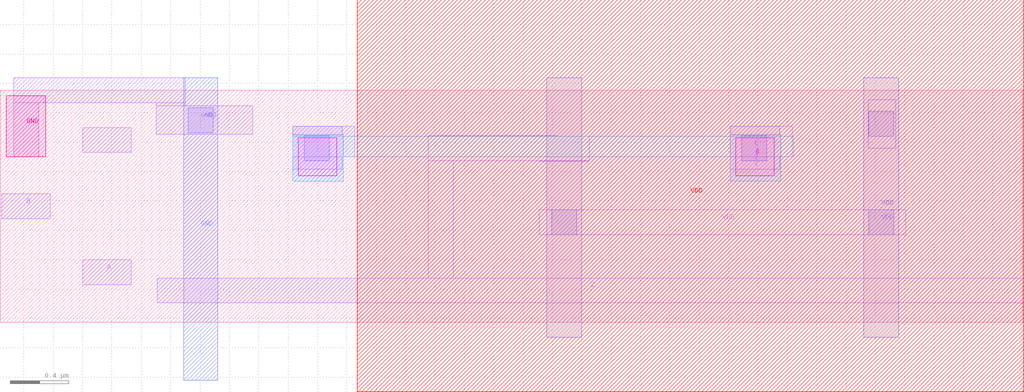
<source format=lef>
VERSION 5.7 ;
  NOWIREEXTENSIONATPIN ON ;
  DIVIDERCHAR "/" ;
  BUSBITCHARS "[]" ;
MACRO sky130_fd_bd_sram__openram_sp_nand3_dec
  CLASS BLOCK ;
  FOREIGN sky130_fd_bd_sram__openram_sp_nand3_dec ;
  ORIGIN 0.360 -0.175 ;
  SIZE 6.965 BY 1.580 ;
  PIN A
    ANTENNAGATEAREA 0.279000 ;
    PORT
      LAYER li1 ;
        RECT 0.200 0.430 0.530 0.600 ;
    END
  END A
  PIN B
    ANTENNAGATEAREA 0.279000 ;
    PORT
      LAYER li1 ;
        RECT -0.350 0.880 -0.020 1.050 ;
    END
  END B
  PIN C
    ANTENNAGATEAREA 0.279000 ;
    PORT
      LAYER li1 ;
        RECT 0.200 1.330 0.530 1.500 ;
        RECT 1.630 1.300 2.055 1.510 ;
        RECT 4.610 1.300 5.035 1.510 ;
        RECT 1.630 1.215 1.970 1.300 ;
        RECT 4.610 1.215 4.950 1.300 ;
      LAYER mcon ;
        RECT 1.710 1.275 1.880 1.445 ;
        RECT 4.690 1.275 4.860 1.445 ;
      LAYER met1 ;
        RECT 1.630 1.450 1.970 1.510 ;
        RECT 4.610 1.450 4.950 1.510 ;
        RECT 1.630 1.135 1.975 1.450 ;
        RECT 4.610 1.135 4.955 1.450 ;
      LAYER via ;
        RECT 1.670 1.170 1.930 1.430 ;
        RECT 4.650 1.170 4.910 1.430 ;
      LAYER met2 ;
        RECT 1.630 1.300 5.045 1.440 ;
        RECT 1.630 1.135 1.975 1.300 ;
        RECT 4.610 1.135 4.955 1.300 ;
    END
  END C
  PIN GND
    ANTENNADIFFAREA 0.374750 ;
    PORT
      LAYER pwell ;
        RECT -0.320 1.300 -0.050 1.715 ;
      LAYER li1 ;
        RECT -0.270 1.670 0.900 1.840 ;
        RECT -0.270 1.300 -0.100 1.670 ;
        RECT 0.700 1.650 0.900 1.670 ;
        RECT 0.700 1.455 1.360 1.650 ;
      LAYER mcon ;
        RECT 0.920 1.465 1.090 1.635 ;
      LAYER met1 ;
        RECT 0.890 -0.220 1.120 1.840 ;
    END
  END GND
  PIN VDD
    ANTENNADIFFAREA 0.844200 ;
    PORT
      LAYER nwell ;
        RECT 2.070 -0.300 6.610 2.370 ;
      LAYER li1 ;
        RECT 5.550 1.360 5.740 1.690 ;
        RECT 3.310 0.770 5.805 0.940 ;
      LAYER mcon ;
        RECT 5.555 1.440 5.725 1.610 ;
        RECT 3.395 0.770 3.565 0.940 ;
        RECT 5.555 0.770 5.725 0.940 ;
      LAYER met1 ;
        RECT 3.360 0.070 3.600 1.840 ;
        RECT 5.520 0.070 5.760 1.840 ;
    END
  END VDD
  PIN Z
    ANTENNADIFFAREA 1.204100 ;
    PORT
      LAYER li1 ;
        RECT 2.555 1.440 3.435 1.445 ;
        RECT 2.555 1.275 3.650 1.440 ;
        RECT 2.555 0.475 2.725 1.275 ;
        RECT 3.310 1.270 3.650 1.275 ;
        RECT 0.710 0.305 6.610 0.475 ;
    END
  END Z
END sky130_fd_bd_sram__openram_sp_nand3_dec
END LIBRARY


</source>
